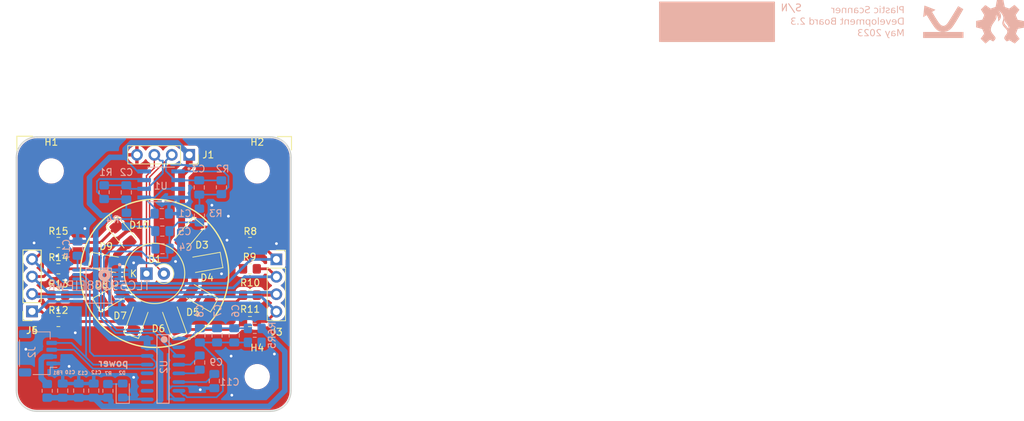
<source format=kicad_pcb>
(kicad_pcb (version 20221018) (generator pcbnew)
  (layers (0 "F.Cu" signal) (31 "B.Cu" signal) (34 "B.Paste" user) (35 "F.Paste" user) (36 "B.SilkS" user "B.Silkscreen") (37 "F.SilkS" user "F.Silkscreen") (38 "B.Mask" user) (39 "F.Mask" user) (44 "Edge.Cuts" user))
  (net 0 "")
  (net 1 "Net-(D3-K)")
  (net 4 "GND")
  (net 5 "/ADC/AIN+")
  (net 6 "/ADC/AIN-")
  (net 7 "3v3unf")
  (net 8 "Net-(U2-VBG)")
  (net 9 "Net-(D2-A)")
  (net 10 "Net-(D4-K)")
  (net 11 "Net-(D5-K)")
  (net 12 "Net-(D6-K)")
  (net 13 "Net-(D7-K)")
  (net 14 "Net-(D8-K)")
  (net 15 "Net-(D9-K)")
  (net 16 "Net-(D10-K)")
  (net 18 "3.3v")
  (net 19 "LED1")
  (net 20 "LED2")
  (net 21 "LED3")
  (net 22 "LED4")
  (net 23 "LED5")
  (net 24 "LED6")
  (net 25 "LED7")
  (net 26 "Net-(U2-REFN)")
  (net 28 "SDA")
  (net 29 "SCL")
  (net 30 "Net-(U1-OUT_B)")
  (net 31 "Net-(U1-OUT_A)")
  (net 32 "LED8")
  (net 33 "Net-(U2-REFP)")
  (net 34 "Net-(U2-VIN2P)")
  (net 35 "Net-(U2-VIN2N)")
  (net 36 "/Sensor/A-")
  (net 37 "/Sensor/A+")
  (footprint "Resistor_SMD:R_0805_2012Metric_Pad1.20x1.40mm_HandSolder" (layer "F.Cu") (at 93.94 141.96 180)
    (fp_text reference "R11")
    (fp_text value "47")
  )
  (footprint "LED_SMD:LED_1206_3216Metric_Pad1.42x1.75mm_HandSolder" (layer "F.Cu") (at 87.382532 133.41099 -170)
    (fp_text reference "D4")
    (fp_text value "1050nm")
  )
  (footprint "Resistor_SMD:R_0805_2012Metric_Pad1.20x1.40mm_HandSolder" (layer "F.Cu") (at 93.94 130.43 180)
    (fp_text reference "R8")
    (fp_text value "47")
  )
  (footprint "MountingHole:MountingHole_3.2mm_M3" (layer "F.Cu") (at 95 120)
    (fp_text reference "H2")
    (fp_text value "MountingHole")
  )
  (footprint "Diode_THT:D_A-405_P2.54mm_Vertical_KathodeUp" (layer "F.Cu") (at 78.87 134.98)
    (fp_text reference "D1")
    (fp_text value "0090-3111-185")
  )
  (footprint "Resistor_SMD:R_0805_2012Metric_Pad1.20x1.40mm_HandSolder" (layer "F.Cu") (at 66.04 134.273333)
    (fp_text reference "R14")
    (fp_text value "47")
  )
  (footprint "Resistor_SMD:R_0805_2012Metric_Pad1.20x1.40mm_HandSolder" (layer "F.Cu") (at 66.04 141.96)
    (fp_text reference "R12")
    (fp_text value "47")
  )
  (footprint "LED_SMD:LED_1206_3216Metric_Pad1.42x1.75mm_HandSolder" (layer "F.Cu") (at 73.026258 133.41099 -10)
    (fp_text reference "D9")
    (fp_text value "1650nm")
  )
  (footprint "LED_SMD:LED_1206_3216Metric_Pad1.42x1.75mm_HandSolder" (layer "F.Cu") (at 73.731838 138.348741 30)
    (fp_text reference "D8")
    (fp_text value "1550nm")
  )
  (footprint "Resistor_SMD:R_0805_2012Metric_Pad1.20x1.40mm_HandSolder" (layer "F.Cu") (at 66.04 130.43)
    (fp_text reference "R15")
    (fp_text value "47")
  )
  (footprint "MountingHole:MountingHole_3.2mm_M3" (layer "F.Cu") (at 65 120)
    (fp_text reference "H1")
    (fp_text value "MountingHole")
  )
  (footprint "Resistor_SMD:R_0805_2012Metric_Pad1.20x1.40mm_HandSolder" (layer "F.Cu") (at 93.94 134.273333 180)
    (fp_text reference "R9")
    (fp_text value "47")
  )
  (footprint "LED_SMD:LED_1206_3216Metric_Pad1.42x1.75mm_HandSolder" (layer "F.Cu") (at 86.636258 138.355236 150)
    (fp_text reference "D5")
    (fp_text value "1200nm")
  )
  (footprint "Connector_PinSocket_2.54mm:PinSocket_1x04_P2.54mm_Vertical" (layer "F.Cu") (at 62.207758 140.482236 180)
    (fp_text reference "J5")
    (fp_text value "Conn_01x04")
  )
  (footprint "LED_SMD:LED_1206_3216Metric_Pad1.42x1.75mm_HandSolder" (layer "F.Cu") (at 75.449178 129.257538 -50)
    (fp_text reference "D10")
    (fp_text value "1720nm")
  )
  (footprint "LED_SMD:LED_1206_3216Metric_Pad1.42x1.75mm_HandSolder" (layer "F.Cu") (at 82.823742 141.725236 110)
    (fp_text reference "D6")
    (fp_text value "1300nm")
  )
  (footprint "Connector_PinSocket_2.54mm:PinSocket_1x04_P2.54mm_Vertical" (layer "F.Cu") (at 85.097758 117.652236 -90)
    (fp_text reference "J1")
    (fp_text value "Conn_01x04")
  )
  (footprint "Connector_PinSocket_2.54mm:PinSocket_1x04_P2.54mm_Vertical" (layer "F.Cu") (at 62.207758 140.482236 180)
    (fp_text reference "J4")
    (fp_text value "Conn_01x04")
  )
  (footprint "LED_SMD:LED_1206_3216Metric_Pad1.42x1.75mm_HandSolder" (layer "F.Cu") (at 84.946258 129.325236 -130)
    (fp_text reference "D3")
    (fp_text value "940nm")
  )
  (footprint "Connector_PinSocket_2.54mm:PinSocket_1x04_P2.54mm_Vertical" (layer "F.Cu") (at 97.79 132.9)
    (fp_text reference "J3")
    (fp_text value "Conn_01x04")
  )
  (footprint "Resistor_SMD:R_0805_2012Metric_Pad1.20x1.40mm_HandSolder" (layer "F.Cu") (at 66.04 138.116666)
    (fp_text reference "R13")
    (fp_text value "47")
  )
  (footprint "MountingHole:MountingHole_3.2mm_M3" (layer "F.Cu") (at 95 150)
    (fp_text reference "H4")
    (fp_text value "MountingHole")
  )
  (footprint "LED_SMD:LED_1206_3216Metric_Pad1.42x1.75mm_HandSolder" (layer "F.Cu") (at 77.486258 141.725236 70)
    (fp_text reference "D7")
    (fp_text value "1460nm")
  )
  (footprint "Resistor_SMD:R_0805_2012Metric_Pad1.20x1.40mm_HandSolder" (layer "F.Cu") (at 93.94 138.116666 180)
    (fp_text reference "R10")
    (fp_text value "47")
  )
  (footprint "Resistor_SMD:R_0805_2012Metric_Pad1.20x1.40mm_HandSolder" (layer "B.Cu") (at 94.64 142.9575)
    (fp_text reference "R6")
    (fp_text value "51")
  )
  (footprint "Capacitor_SMD:C_0805_2012Metric_Pad1.18x1.45mm_HandSolder" (layer "B.Cu") (at 69 152.04 90)
    (fp_text reference "C13")
    (fp_text value "22u")
  )
  (footprint "LED_SMD:LED_0805_2012Metric_Pad1.15x1.40mm_HandSolder" (layer "B.Cu") (at 75.41 152.025 90)
    (fp_text reference "D2")
    (fp_text value "LED RED")
  )
  (footprint "Connector_JST:JST_SH_SM04B-SRSS-TB_1x04-1MP_P1.00mm_Horizontal" (layer "B.Cu") (at 63.06 146.58 90)
    (fp_text reference "J2")
    (fp_text value "Qwiic")
  )
  (footprint "Capacitor_SMD:C_0805_2012Metric_Pad1.18x1.45mm_HandSolder" (layer "B.Cu") (at 81.18 128.77 180)
    (fp_text reference "C5")
    (fp_text value "100p")
  )
  (footprint "Resistor_SMD:R_0805_2012Metric_Pad1.20x1.40mm_HandSolder" (layer "B.Cu") (at 94.64 144.9975)
    (fp_text reference "R5")
    (fp_text value "51")
  )
  (footprint "OPA2376AID:SOIC127P599X175-8N" (layer "B.Cu") (at 81 121.975 180)
    (fp_text reference "U1")
    (fp_text value "OPA2376AID" hide)
  )
  (footprint "Capacitor_SMD:C_0805_2012Metric_Pad1.18x1.45mm_HandSolder" (layer "B.Cu") (at 66.67 152.04 90)
    (fp_text reference "C10")
    (fp_text value "0.1u")
  )
  (footprint "IC_Nuvoton_NAU7802SGI:Nuvoton-NAU7802SGI-0-0-0" (layer "B.Cu") (at 81.277501 148.88 180)
    (fp_text reference "U2")
    (fp_text value "NAU7802SGI" hide)
  )
  (footprint "Capacitor_SMD:C_0805_2012Metric_Pad1.18x1.45mm_HandSolder" (layer "B.Cu") (at 81.21 131.33)
    (fp_text reference "C4")
    (fp_text value "47n")
  )
  (footprint "Capacitor_SMD:C_0805_2012Metric_Pad1.18x1.45mm_HandSolder" (layer "B.Cu") (at 89.15 143.9775 90)
    (fp_text reference "C7")
    (fp_text value "0.1u")
  )
  (footprint "LOGO" (layer "B.Cu") (at 194.934798 98.024494 180)
    (fp_text reference "G***" hide)
    (fp_text value "LOGO" hide)
  )
  (footprint "TLC59208:Texas_Instruments-TLC59208FIPWR-Level_A" (layer "B.Cu") (at 71.91 136.73 180)
    (fp_text reference "U3")
    (fp_text value "TLC59208FIPWR")
  )
  (footprint "Capacitor_SMD:C_0805_2012Metric_Pad1.18x1.45mm_HandSolder" (layer "B.Cu") (at 91.65 143.9775 90)
    (fp_text reference "C6")
    (fp_text value "22u")
  )
  (footprint "Resistor_SMD:R_0805_2012Metric_Pad1.20x1.40mm_HandSolder" (layer "B.Cu") (at 75.955 127.1 -90)
    (fp_text reference "R4")
    (fp_text value "300")
  )
  (footprint "Resistor_SMD:R_0805_2012Metric_Pad1.20x1.40mm_HandSolder" (layer "B.Cu") (at 89.78125 122.3825 -90)
    (fp_text reference "R2")
    (fp_text value "240k")
  )
  (footprint "Resistor_SMD:R_0805_2012Metric_Pad1.20x1.40mm_HandSolder" (layer "B.Cu") (at 64.41 152.07 90)
    (fp_text reference "FB1")
    (fp_text value "FerriteBead")
  )
  (footprint "Capacitor_SMD:C_0805_2012Metric_Pad1.18x1.45mm_HandSolder" (layer "B.Cu") (at 86.62 147.94 90)
    (fp_text reference "C9")
    (fp_text value "330p")
  )
  (footprint "LOGO" (layer "B.Cu") (at 203.21 98.249994 180)
    (fp_text reference "G***" hide)
    (fp_text value "LOGO" hide)
  )
  (footprint "Capacitor_SMD:C_0805_2012Metric_Pad1.18x1.45mm_HandSolder" (layer "B.Cu") (at 68.83 131.33 90)
    (fp_text reference "C14")
    (fp_text value "100n")
  )
  (footprint "Capacitor_SMD:C_0805_2012Metric_Pad1.18x1.45mm_HandSolder" (layer "B.Cu") (at 86.65 143.9775 90)
    (fp_text reference "C8")
    (fp_text value "100p")
  )
  (footprint "Capacitor_SMD:C_0805_2012Metric_Pad1.18x1.45mm_HandSolder" (layer "B.Cu") (at 81.105 126.225 180)
    (fp_text reference "C1")
    (fp_text value "0.1u")
  )
  (footprint "Resistor_SMD:R_0805_2012Metric_Pad1.20x1.40mm_HandSolder" (layer "B.Cu") (at 73.25 152.07 90)
    (fp_text reference "R7")
    (fp_text value "100")
  )
  (footprint "Capacitor_SMD:C_0805_2012Metric_Pad1.18x1.45mm_HandSolder" (layer "B.Cu") (at 71.19 152.04 -90)
    (fp_text reference "C12")
    (fp_text value "100n")
  )
  (footprint "Capacitor_SMD:C_0805_2012Metric_Pad1.18x1.45mm_HandSolder" (layer "B.Cu") (at 88.75 150.64 90)
    (fp_text reference "C11")
    (fp_text value "0.1u")
  )
  (footprint "Capacitor_SMD:C_0805_2012Metric_Pad1.18x1.45mm_HandSolder" (layer "B.Cu") (at 75.93 123.125 -90)
    (fp_text reference "C2")
    (fp_text value "51p")
  )
  (footprint "Resistor_SMD:R_0805_2012Metric_Pad1.20x1.40mm_HandSolder" (layer "B.Cu") (at 86.58 126.5 -90)
    (fp_text reference "R3")
    (fp_text value "300")
  )
  (footprint "Resistor_SMD:R_0805_2012Metric_Pad1.20x1.40mm_HandSolder" (layer "B.Cu") (at 72.70375 123.095 90)
    (fp_text reference "R1")
    (fp_text value "240k")
  )
  (footprint "Capacitor_SMD:C_0805_2012Metric_Pad1.18x1.45mm_HandSolder" (layer "B.Cu") (at 86.555 122.4125 -90)
    (fp_text reference "C3")
    (fp_text value "51p")
  )
  (gr_rect (start 153.605 95.375) (end 170.335 101.125) (stroke (width 0.15)) (fill solid) (layer "B.SilkS"))
  (gr_line locked (start 99.99 114.99) (end 99.99 116.94) (stroke (width 0.15)) (layer "F.SilkS"))
  (gr_line locked (start 59.99 114.94) (end 59.99 117.04) (stroke (width 0.15)) (layer "F.SilkS"))
  (gr_line locked (start 99.99 114.99) (end 97.94 114.99) (stroke (width 0.15)) (layer "F.SilkS"))
  (gr_circle locked (center 80.04 134.94) (end 84.44 134.94) (stroke (width 0.15)) (fill none) (layer "F.SilkS"))
  (gr_line locked (start 59.99 114.94) (end 62.29 114.94) (stroke (width 0.15)) (layer "F.SilkS"))
  (gr_circle locked (center 80.04 134.94) (end 90.84 134.94) (stroke (width 0.2)) (fill none) (layer "F.SilkS"))
  (gr_line (start 99.92 152.04) (end 99.92 118.04) (stroke (width 0.2)) (layer "Edge.Cuts"))
  (gr_arc (start 62.92 155.04) (mid 60.79868 154.16132) (end 59.92 152.04) (stroke (width 0.2)) (layer "Edge.Cuts"))
  (gr_arc (start 99.92 152.04) (mid 99.04132 154.16132) (end 96.92 155.04) (stroke (width 0.2)) (layer "Edge.Cuts"))
  (gr_arc (start 59.92 118.04) (mid 60.79868 115.91868) (end 62.92 115.04) (stroke (width 0.2)) (layer "Edge.Cuts"))
  (gr_line (start 59.92 118.04) (end 59.92 152.04) (stroke (width 0.2)) (layer "Edge.Cuts"))
  (gr_line (start 62.92 155.04) (end 96.92 155.04) (stroke (width 0.2)) (layer "Edge.Cuts"))
  (gr_line (start 96.92 115.04) (end 62.92 115.04) (stroke (width 0.2)) (layer "Edge.Cuts"))
  (gr_arc (start 96.92 115.04) (mid 99.04132 115.91868) (end 99.92 118.04) (stroke (width 0.2)) (layer "Edge.Cuts"))
  (gr_text "Plastic Scanner\nDevelopment Board 2.3\nMay 2023" (at 189.29 98.25) (layer "B.SilkS") (effects (font (size 1 1)) (justify left mirror)))
  (gr_text "power" (at 76.36 148.6) (layer "B.SilkS") (effects (font (size 1 1) (thickness 0.2) bold) (justify left bottom mirror)))
  (gr_text "S/N" (at 172.78 96.199994) (layer "B.SilkS") (effects (font (size 1 1)) (justify mirror)))
  (segment (start 90.695745 128.185745) (end 92.94 130.43) (width 0.4) (layer "F.Cu") (net 1))
  (segment (start 85.902405 128.185745) (end 90.695745 128.185745) (width 0.4) (layer "F.Cu") (net 1))
  (via (at 67.6 148.5) (size 0.8) (drill 0.4) (layers "F.Cu" "B.Cu") (net 4))
  (via (at 65.8 132.4) (size 0.8) (drill 0.4) (layers "F.Cu" "B.Cu") (net 4))
  (via (at 97.8 130.6) (size 0.8) (drill 0.4) (layers "F.Cu" "B.Cu") (net 4))
  (via (at 68.5 143.6) (size 0.8) (drill 0.4) (layers "F.Cu" "B.Cu") (net 4))
  (via (at 83.1 133.2) (size 0.8) (drill 0.4) (layers "F.Cu" "B.Cu") (net 4))
  (via (at 97.5 146.7) (size 0.8) (drill 0.4) (layers "F.Cu" "B.Cu") (net 4))
  (via (at 62.5 130.5) (size 0.8) (drill 0.4) (layers "F.Cu" "B.Cu") (net 4))
  (via (at 69.9 128.4) (size 0.8) (drill 0.4) (layers "F.Cu" "B.Cu") (net 4))
  (via (at 61.3 146) (size 0.8) (drill 0.4) (layers "F.Cu" "B.Cu") (net 4))
  (via (at 66 140.3) (size 0.8) (drill 0.4) (layers "F.Cu" "B.Cu") (net 4))
  (via (at 86.7 151.9) (size 0.8) (drill 0.4) (layers "F.Cu" "B.Cu") (net 4))
  (via (at 81.3 124.4) (size 0.8) (drill 0.4) (layers "F.Cu" "B.Cu") (net 4))
  (via (at 90.8 126.6) (size 0.8) (drill 0.4) (layers "F.Cu" "B.Cu") (net 4))
  (via (at 90.6 130.1) (size 0.8) (drill 0.4) (layers "F.Cu" "B.Cu") (net 4))
  (via (at 91.2 147) (size 0.8) (drill 0.4) (layers "F.Cu" "B.Cu") (net 4))
  (via (at 77 133.4) (size 0.8) (drill 0.4) (layers "F.Cu" "B.Cu") (net 4))
  (via (at 89.8 135) (size 0.8) (drill 0.4) (layers "F.Cu" "B.Cu") (net 4))
  (via (at 67.1 135.9) (size 0.8) (drill 0.4) (layers "F.Cu" "B.Cu") (net 4))
  (via (at 91.3 152.7) (size 0.8) (drill 0.4) (layers "F.Cu" "B.Cu") (net 4))
  (via (at 77 150.1) (size 0.8) (drill 0.4) (layers "F.Cu" "B.Cu") (net 4))
  (via (at 88.4 125) (size 0.8) (drill 0.4) (layers "F.Cu" "B.Cu") (net 4))
  (segment (start 82.1 152.3) (end 82.1 151.9) (width 0.254) (layer "B.Cu") (net 4))
  (segment (start 83.125 153.325) (end 82.1 152.3) (width 0.254) (layer "B.Cu") (net 4))
  (segment (start 86.2 151.4) (end 86.7 151.9) (width 0.254) (layer "B.Cu") (net 4))
  (segment (start 83.593568 153.325) (end 83.125 153.325) (width 0.254) (layer "B.Cu") (net 4))
  (segment (start 82.1 151.9) (end 82.6 151.4) (width 0.254) (layer "B.Cu") (net 4))
  (segment (start 75.685 153.325) (end 75.41 153.05) (width 0.254) (layer "B.Cu") (net 4))
  (segment (start 66.67 151.0025) (end 71.19 151.0025) (width 0.254) (layer "B.Cu") (net 4))
  (segment (start 82.6 151.4) (end 86.2 151.4) (width 0.254) (layer "B.Cu") (net 4))
  (segment (start 82.1425 125.2075) (end 82.1425 126.225) (width 0.254) (layer "B.Cu") (net 4))
  (segment (start 83.47 123.88) (end 82.1425 125.2075) (width 0.254) (layer "B.Cu") (net 4))
  (segment (start 78.961434 153.325) (end 75.685 153.325) (width 0.254) (layer "B.Cu") (net 4))
  (segment (start 80.1425 128.77) (end 79.4725 128.1) (width 0.254) (layer "B.Cu") (net 5))
  (segment (start 72.22 141.48) (end 74.348 143.608) (width 0.254) (layer "B.Cu") (net 5))
  (segment (start 72.22 131.44) (end 72.22 141.48) (width 0.254) (layer "B.Cu") (net 5))
  (segment (start 79.958 143.608) (end 83.325 146.975) (width 0.254) (layer "B.Cu") (net 5))
  (segment (start 80.1725 131.33) (end 80.1725 128.8) (width 0.254) (layer "B.Cu") (net 5))
  (segment (start 79.7125 130.87) (end 72.79 130.87) (width 0.254) (layer "B.Cu") (net 5))
  (segment (start 80.1725 128.8) (end 80.1425 128.77) (width 0.254) (layer "B.Cu") (net 5))
  (segment (start 83.325 146.975) (end 83.593568 146.975) (width 0.254) (layer "B.Cu") (net 5))
  (segment (start 74.348 143.608) (end 79.958 143.608) (width 0.254) (layer "B.Cu") (net 5))
  (segment (start 79.4725 128.1) (end 75.955 128.1) (width 0.254) (layer "B.Cu") (net 5))
  (segment (start 72.79 130.87) (end 72.22 131.44) (width 0.254) (layer "B.Cu") (net 5))
  (segment (start 80.1725 131.33) (end 79.7125 130.87) (width 0.254) (layer "B.Cu") (net 5))
  (segment (start 72.674 132.53) (end 73.454 131.75) (width 0.254) (layer "B.Cu") (net 6))
  (segment (start 82.835 145.705) (end 80.284 143.154) (width 0.254) (layer "B.Cu") (net 6))
  (segment (start 80.284 143.154) (end 74.536052 143.154) (width 0.254) (layer "B.Cu") (net 6))
  (segment (start 82.2175 131.3) (end 82.2175 128.77) (width 0.254) (layer "B.Cu") (net 6))
  (segment (start 83.593568 145.705) (end 82.835 145.705) (width 0.254) (layer "B.Cu") (net 6))
  (segment (start 73.454 131.75) (end 78.16 131.75) (width 0.254) (layer "B.Cu") (net 6))
  (segment (start 83.4875 127.5) (end 82.2175 128.77) (width 0.254) (layer "B.Cu") (net 6))
  (segment (start 86.58 127.5) (end 83.4875 127.5) (width 0.254) (layer "B.Cu") (net 6))
  (segment (start 72.674 141.291948) (end 72.674 132.53) (width 0.254) (layer "B.Cu") (net 6))
  (segment (start 81.93 132.66) (end 81.93 131.6475) (width 0.254) (layer "B.Cu") (net 6))
  (segment (start 78.16 131.75) (end 79.07 132.66) (width 0.254) (layer "B.Cu") (net 6))
  (segment (start 79.07 132.66) (end 81.93 132.66) (width 0.254) (layer "B.Cu") (net 6))
  (segment (start 82.2475 131.33) (end 82.2175 131.3) (width 0.254) (layer "B.Cu") (net 6))
  (segment (start 81.93 131.6475) (end 82.2475 131.33) (width 0.254) (layer "B.Cu") (net 6))
  (segment (start 74.536052 143.154) (end 72.674 141.291948) (width 0.254) (layer "B.Cu") (net 6))
  (segment (start 64.41 151.07) (end 63.53 150.19) (width 0.8) (layer "B.Cu") (net 7))
  (segment (start 63.95 147.08) (end 65.06 147.08) (width 0.8) (layer "B.Cu") (net 7))
  (segment (start 63.53 147.5) (end 63.95 147.08) (width 0.8) (layer "B.Cu") (net 7))
  (segment (start 63.53 150.19) (end 63.53 147.5) (width 0.8) (layer "B.Cu") (net 7))
  (segment (start 83.593568 150.785) (end 87.5675 150.785) (width 0.254) (layer "B.Cu") (net 8))
  (segment (start 87.5675 150.785) (end 88.75 149.6025) (width 0.254) (layer "B.Cu") (net 8))
  (segment (start 73.25 151.07) (end 75.34 151.07) (width 0.254) (layer "B.Cu") (net 9))
  (segment (start 75.34 151.07) (end 75.41 151) (width 0.254) (layer "B.Cu") (net 9))
  (segment (start 91.819355 133.152688) (end 92.94 134.273333) (width 0.4) (layer "F.Cu") (net 10))
  (segment (start 88.847434 133.152688) (end 91.819355 133.152688) (width 0.4) (layer "F.Cu") (net 10))
  (segment (start 87.924471 139.098986) (end 91.95768 139.098986) (width 0.4) (layer "F.Cu") (net 11))
  (segment (start 91.95768 139.098986) (end 92.94 138.116666) (width 0.4) (layer "F.Cu") (net 11))
  (segment (start 83.332497 143.123029) (end 91.776971 143.123029) (width 0.4) (layer "F.Cu") (net 12))
  (segment (start 91.776971 143.123029) (end 92.94 141.96) (width 0.4) (layer "F.Cu") (net 12))
  (segment (start 67.04 141.96) (end 75.814474 141.96) (width 0.4) (layer "F.Cu") (net 13))
  (segment (start 75.814474 141.96) (end 76.977503 143.123029) (width 0.4) (layer "F.Cu") (net 13))
  (segment (start 67.04 138.116666) (end 71.4678 138.116666) (width 0.4) (layer "F.Cu") (net 14))
  (segment (start 71.4678 138.116666) (end 72.443625 139.092491) (width 0.4) (layer "F.Cu") (net 14))
  (segment (start 70.440711 134.273333) (end 71.561356 133.152688) (width 0.4) (layer "F.Cu") (net 15))
  (segment (start 67.04 134.273333) (end 70.440711 134.273333) (width 0.4) (layer "F.Cu") (net 15))
  (segment (start 67.04 130.43) (end 72.181078 130.43) (width 0.4) (layer "F.Cu") (net 16))
  (segment (start 72.181078 130.43) (end 74.493031 128.118047) (width 0.4) (layer "F.Cu") (net 16))
  (segment (start 85.91763 137.041901) (end 85.348045 137.611486) (width 1) (layer "F.Cu") (net 18))
  (segment (start 75.020051 137.604991) (end 75.272561 137.604991) (width 1) (layer "F.Cu") (net 18))
  (segment (start 74.49116 133.669292) (end 74.49116 132.311194) (width 1) (layer "F.Cu") (net 18))
  (segment (start 82.314987 140.327443) (end 82.632088 140.327443) (width 1) (layer "F.Cu") (net 18))
  (segment (start 74.49116 133.669292) (end 74.49116 137.0761) (width 1) (layer "F.Cu") (net 18))
  (segment (start 85.91763 132.392246) (end 83.990111 130.464727) (width 1) (layer "F.Cu") (net 18))
  (segment (start 74.49116 132.311194) (end 76.405325 130.397029) (width 1) (layer "F.Cu") (net 18))
  (segment (start 75.272561 137.604991) (end 77.995013 140.327443) (width 1) (layer "F.Cu") (net 18))
  (segment (start 74.49116 137.0761) (end 75.020051 137.604991) (width 1) (layer "F.Cu") (net 18))
  (segment (start 83.990111 130.464727) (end 83.990111 120.479889) (width 1) (layer "F.Cu") (net 18))
  (segment (start 82.632088 140.327443) (end 85.348045 137.611486) (width 1) (layer "F.Cu") (net 18))
  (segment (start 85.91763 133.669292) (end 85.91763 132.392246) (width 1) (layer "F.Cu") (net 18))
  (segment (start 77.995013 140.327443) (end 82.314987 140.327443) (width 1) (layer "F.Cu") (net 18))
  (segment (start 85.91763 133.669292) (end 85.91763 137.041901) (width 1) (layer "F.Cu") (net 18))
  (segment (start 83.990111 120.479889) (end 85.097758 119.372242) (width 1) (layer "F.Cu") (net 18))
  (segment (start 85.097758 119.372242) (end 85.097758 117.652236) (width 1) (layer "F.Cu") (net 18))
  (segment (start 81.32 122.61) (end 80.05 123.88) (width 0.254) (layer "B.Cu") (net 18))
  (segment (start 68.859998 134.455001) (end 71.335001 134.455001) (width 0.254) (layer "B.Cu") (net 18))
  (segment (start 78.961434 144.435) (end 73.625 144.435) (width 0.8) (layer "B.Cu") (net 18))
  (segment (start 80.0675 125.4175) (end 78.53 123.88) (width 0.254) (layer "B.Cu") (net 18))
  (segment (start 79.985 145.705) (end 80.93 146.65) (width 0.8) (layer "B.Cu") (net 18))
  (segment (start 78.53 120.07) (end 77.57 120.07) (width 0.254) (layer "B.Cu") (net 18))
  (segment (start 77.57 120.07) (end 75.76 118.26) (width 0.254) (layer "B.Cu") (net 18))
  (segment (start 79.2655 127.027) (end 74.019749 127.027) (width 0.254) (layer "B.Cu") (net 18))
  (segment (start 73.625 144.435) (end 71.48 142.29) (width 0.8) (layer "B.Cu") (net 18))
  (segment (start 73.53 118.01) (end 75.76 118.01) (width 0.8) (layer "B.Cu") (net 18))
  (segment (start 75.76 118.26) (end 75.76 118.01) (width 0.254) (layer "B.Cu") (net 18))
  (segment (start 73.7 153.52) (end 73.25 153.07) (width 0.8) (layer "B.Cu") (net 18))
  (segment (start 71.48 128.49) (end 73.481374 126.488626) (width 0.8) (layer "B.Cu") (net 18))
  (segment (start 73.7 154.33) (end 73.7 153.52) (width 0.8) (layer "B.Cu") (net 18))
  (segment (start 71.48 134.6) (end 71.48 128.49) (width 0.8) (layer "B.Cu") (net 18))
  (segment (start 73.966374 126.973626) (end 73.481374 126.488626) (width 0.254) (layer "B.Cu") (net 18))
  (segment (start 80.05 123.88) (end 78.53 123.88) (width 0.254) (layer "B.Cu") (net 18))
  (segment (start 79.99 154.33) (end 73.7 154.33) (width 0.8) (layer "B.Cu") (net 18))
  (segment (start 83.47 122.61) (end 81.32 122.61) (width 0.254) (layer "B.Cu") (net 18))
  (segment (start 80.93 153.39) (end 80.605 153.715) (width 0.8) (layer "B.Cu") (net 18))
  (segment (start 70.57 120.97) (end 73.53 118.01) (width 0.8) (layer "B.Cu") (net 18))
  (segment (start 96.72 154.33) (end 99.02 152.03) (width 0.8) (layer "B.Cu") (net 18))
  (segment (start 80.0675 126.225) (end 80.0675 125.4175) (width 0.254) (layer "B.Cu") (net 18))
  (segment (start 71.19 153.0775) (end 72.4425 154.33) (width 0.8) (layer "B.Cu") (net 18))
  (segment (start 75.76 118.01) (end 75.76 116.82) (width 0.8) (layer "B.Cu") (net 18))
  (segment (start 75.76 116.82) (end 76.68 115.9) (width 0.8) (layer "B.Cu") (net 18))
  (segment (start 72.4425 154.33) (end 96.72 154.33) (width 0.8) (layer "B.Cu") (net 18))
  (segment (start 72.308626 126.488626) (end 70.57 124.75) (width 0.8) (layer "B.Cu") (net 18))
  (segment (start 68.83 134.425003) (end 68.859998 134.455001) (width 0.254) (layer "B.Cu") (net 18))
  (segment (start 80.93 146.65) (end 80.93 153.39) (width 0.8) (layer "B.Cu") (net 18))
  (segment (start 78.961434 145.705) (end 78.961434 144.435) (width 1) (layer "B.Cu") (net 18))
  (segment (start 76.68 115.9) (end 83.345522 115.9) (width 0.8) (layer "B.Cu") (net 18))
  (segment (start 64.41 153.07) (end 73.25 153.07) (width 0.8) (layer "B.Cu") (net 18))
  (segment (start 99.02 152.03) (end 99.02 146.3375) (width 0.8) (layer "B.Cu") (net 18))
  (segment (start 71.335001 134.455001) (end 71.48 134.6) (width 0.254) (layer "B.Cu") (net 18))
  (segment (start 68.83 132.3675) (end 68.83 134.425003) (width 0.254) (layer "B.Cu") (net 18))
  (segment (start 74.019749 127.027) (end 73.966374 126.973626) (width 0.254) (layer "B.Cu") (net 18))
  (segment (start 70.57 124.75) (end 70.57 120.97) (width 0.8) (layer "B.Cu") (net 18))
  (segment (start 78.961434 145.705) (end 79.985 145.705) (width 0.8) (layer "B.Cu") (net 18))
  (segment (start 83.345522 115.9) (end 85.097758 117.652236) (width 0.8) (layer "B.Cu") (net 18))
  (segment (start 71.48 142.29) (end 71.48 134.6) (width 0.8) (layer "B.Cu") (net 18))
  (segment (start 99.02 146.3375) (end 95.64 142.9575) (width 0.8) (layer "B.Cu") (net 18))
  (segment (start 80.605 153.715) (end 79.99 154.33) (width 0.8) (layer "B.Cu") (net 18))
  (segment (start 73.481374 126.488626) (end 72.308626 126.488626) (width 0.8) (layer "B.Cu") (net 18))
  (segment (start 80.0675 126.225) (end 79.2655 127.027) (width 0.254) (layer "B.Cu") (net 18))
  (segment (start 94.94 130.43) (end 95.32 130.43) (width 0.4) (layer "F.Cu") (net 19))
  (segment (start 95.32 130.43) (end 97.79 132.9) (width 0.4) (layer "F.Cu") (net 19))
  (segment (start 74.959999 136.405002) (end 90.584998 136.405002) (width 0.4) (layer "B.Cu") (net 19))
  (segment (start 90.584998 136.405002) (end 94.09 132.9) (width 0.4) (layer "B.Cu") (net 19))
  (segment (start 94.09 132.9) (end 97.79 132.9) (width 0.4) (layer "B.Cu") (net 19))
  (segment (start 96.623333 134.273333) (end 97.79 135.44) (width 0.4) (layer "F.Cu") (net 20))
  (segment (start 94.94 134.273333) (end 96.623333 134.273333) (width 0.4) (layer "F.Cu") (net 20))
  (segment (start 93.22 135.44) (end 97.79 135.44) (width 0.4) (layer "B.Cu") (net 20))
  (segment (start 74.959999 137.055001) (end 91.524999 137.055001) (width 0.4) (layer "B.Cu") (net 20))
  (segment (start 93.18 135.4) (end 93.22 135.44) (width 0.4) (layer "B.Cu") (net 20))
  (segment (start 91.524999 137.055001) (end 93.18 135.4) (width 0.4) (layer "B.Cu") (net 20))
  (segment (start 94.94 138.116666) (end 97.653334 138.116666) (width 0.4) (layer "F.Cu") (net 21))
  (segment (start 97.653334 138.116666) (end 97.79 137.98) (width 0.4) (layer "F.Cu") (net 21))
  (segment (start 74.959999 137.705002) (end 97.515002 137.705002) (width 0.4) (layer "B.Cu") (net 21))
  (segment (start 97.515002 137.705002) (end 97.79 137.98) (width 0.4) (layer "B.Cu") (net 21))
  (segment (start 96.35 141.96) (end 97.79 140.52) (width 0.4) (layer "F.Cu") (net 22))
  (segment (start 94.94 141.96) (end 96.35 141.96) (width 0.4) (layer "F.Cu") (net 22))
  (segment (start 74.959999 138.355001) (end 95.625001 138.355001) (width 0.4) (layer "B.Cu") (net 22))
  (segment (start 95.625001 138.355001) (end 97.79 140.52) (width 0.4) (layer "B.Cu") (net 22))
  (segment (start 63.562236 140.482236) (end 65.04 141.96) (width 0.4) (layer "F.Cu") (net 23))
  (segment (start 62.207758 140.482236) (end 63.562236 140.482236) (width 0.4) (layer "F.Cu") (net 23))
  (segment (start 63.097764 140.482236) (end 62.207758 140.482236) (width 0.4) (layer "B.Cu") (net 23))
  (segment (start 68.859998 139.005002) (end 64.574998 139.005002) (width 0.4) (layer "B.Cu") (net 23))
  (segment (start 64.574998 139.005002) (end 63.097764 140.482236) (width 0.4) (layer "B.Cu") (net 23))
  (segment (start 62.207758 137.942236) (end 64.86557 137.942236) (width 0.4) (layer "F.Cu") (net 24))
  (segment (start 64.86557 137.942236) (end 65.04 138.116666) (width 0.4) (layer "F.Cu") (net 24))
  (segment (start 68.859998 138.355001) (end 62.620523 138.355001) (width 0.4) (layer "B.Cu") (net 24))
  (segment (start 62.620523 138.355001) (end 62.207758 137.942236) (width 0.4) (layer "B.Cu") (net 24))
  (segment (start 63.911097 135.402236) (end 65.04 134.273333) (width 0.4) (layer "F.Cu") (net 25))
  (segment (start 62.207758 135.402236) (end 63.911097 135.402236) (width 0.4) (layer "F.Cu") (net 25))
  (segment (start 68.859998 137.705002) (end 64.510524 137.705002) (width 0.4) (layer "B.Cu") (net 25))
  (segment (start 64.510524 137.705002) (end 62.207758 135.402236) (width 0.4) (layer "B.Cu") (net 25))
  (segment (start 84.506894 152.726305) (end 84.780589 153) (width 0.254) (layer "B.Cu") (net 26))
  (segment (start 84.780589 153) (end 89.08 153) (width 0.254) (layer "B.Cu") (net 26))
  (segment (start 91.65 145.015) (end 93.6225 145.015) (width 0.254) (layer "B.Cu") (net 26))
  (segment (start 90 148.365) (end 86.65 145.015) (width 0.254) (layer "B.Cu") (net 26))
  (segment (start 84.264873 152.726305) (end 84.506894 152.726305) (width 0.254) (layer "B.Cu") (net 26))
  (segment (start 83.593568 152.055) (end 84.264873 152.726305) (width 0.254) (layer "B.Cu") (net 26))
  (segment (start 89.08 153) (end 90 152.08) (width 0.254) (layer "B.Cu") (net 26))
  (segment (start 86.7375 145.015) (end 86.65 145.015) (width 0.254) (layer "B.Cu") (net 26))
  (segment (start 93.6225 145.015) (end 93.64 144.9975) (width 0.254) (layer "B.Cu") (net 26))
  (segment (start 86.65 145.015) (end 89.15 145.015) (width 0.254) (layer "B.Cu") (net 26))
  (segment (start 89.15 145.015) (end 91.65 145.015) (width 0.254) (layer "B.Cu") (net 26))
  (segment (start 90 152.08) (end 90 148.365) (width 0.254) (layer "B.Cu") (net 26))
  (segment (start 71.225 146.975) (end 78.961434 146.975) (width 0.254) (layer "B.Cu") (net 28))
  (segment (start 65.06 146.08) (end 68.307948 146.08) (width 0.254) (layer "B.Cu") (net 28))
  (segment (start 71.071643 148.843695) (end 79.87476 148.843695) (width 0.254) (layer "B.Cu") (net 28))
  (segment (start 79.87476 148.843695) (end 80.23 148.488455) (width 0.254) (layer "B.Cu") (net 28))
  (segment (start 70.62 146.37) (end 71.225 146.975) (width 0.254) (layer "B.Cu") (net 28))
  (segment (start 80.23 148.488455) (end 80.23 147.89) (width 0.254) (layer "B.Cu") (net 28))
  (segment (start 68.307948 146.08) (end 71.071643 148.843695) (width 0.254) (layer "B.Cu") (net 28))
  (segment (start 69.58146 135.105002) (end 70.62 136.143542) (width 0.254) (layer "B.Cu") (net 28))
  (segment (start 79.315 146.975) (end 78.961434 146.975) (width 0.254) (layer "B.Cu") (net 28))
  (segment (start 68.859998 135.105002) (end 69.58146 135.105002) (width 0.254) (layer "B.Cu") (net 28))
  (segment (start 80.23 147.89) (end 79.315 146.975) (width 0.254) (layer "B.Cu") (net 28))
  (segment (start 70.62 136.143542) (end 70.62 146.37) (width 0.254) (layer "B.Cu") (net 28))
  (segment (start 65.06 145.08) (end 67.95 145.08) (width 0.254) (layer "B.Cu") (net 29))
  (segment (start 71.115 148.245) (end 78.961434 148.245) (width 0.254) (layer "B.Cu") (net 29))
  (segment (start 69.581458 135.755001) (end 70.07 136.243543) (width 0.254) (layer "B.Cu") (net 29))
  (segment (start 70.07 136.243543) (end 70.07 147.2) (width 0.254) (layer "B.Cu") (net 29))
  (segment (start 67.95 145.08) (end 68.34 145.47) (width 0.254) (layer "B.Cu") (net 29))
  (segment (start 68.34 145.47) (end 71.115 148.245) (width 0.254) (layer "B.Cu") (net 29))
  (segment (start 68.859998 135.755001) (end 69.581458 135.755001) (width 0.254) (layer "B.Cu") (net 29))
  (segment (start 75.93 124.1625) (end 75.93 126.075) (width 0.254) (layer "B.Cu") (net 30))
  (segment (start 75.8625 124.095) (end 75.93 124.1625) (width 0.254) (layer "B.Cu") (net 30))
  (segment (start 72.70375 124.095) (end 75.8625 124.095) (width 0.254) (layer "B.Cu") (net 30))
  (segment (start 71.66 121.522749) (end 71.66 123.05125) (width 0.254) (layer "B.Cu") (net 30))
  (segment (start 71.66 123.05125) (end 72.70375 124.095) (width 0.254) (layer "B.Cu") (net 30))
  (segment (start 78.358 121.168) (end 72.014749 121.168) (width 0.254) (layer "B.Cu") (net 30))
  (segment (start 72.014749 121.168) (end 71.66 121.522749) (width 0.254) (layer "B.Cu") (net 30))
  (segment (start 75.93 126.075) (end 75.955 126.1) (width 0.254) (layer "B.Cu") (net 30))
  (segment (start 78.53 121.34) (end 78.358 121.168) (width 0.254) (layer "B.Cu") (net 30))
  (segment (start 90.80825 122.3555) (end 89.78125 123.3825) (width 0.254) (layer "B.Cu") (net 31))
  (segment (start 86.58 123.475) (end 86.555 123.45) (width 0.254) (layer "B.Cu") (net 31))
  (segment (start 86.58 125.5) (end 86.58 123.475) (width 0.254) (layer "B.Cu") (net 31))
  (segment (start 89.71375 123.45) (end 89.78125 123.3825) (width 0.254) (layer "B.Cu") (net 31))
  (segment (start 86.555 123.45) (end 89.71375 123.45) (width 0.254) (layer "B.Cu") (net 31))
  (segment (start 90.084751 120.07) (end 90.80825 120.793499) (width 0.254) (layer "B.Cu") (net 31))
  (segment (start 83.47 120.07) (end 90.084751 120.07) (width 0.254) (layer "B.Cu") (net 31))
  (segment (start 90.80825 120.793499) (end 90.80825 122.3555) (width 0.254) (layer "B.Cu") (net 31))
  (segment (start 62.607764 132.862236) (end 65.04 130.43) (width 0.4) (layer "F.Cu") (net 32))
  (segment (start 62.207758 132.862236) (end 62.607764 132.862236) (width 0.4) (layer "F.Cu") (net 32))
  (segment (start 66.400523 137.055001) (end 62.207758 132.862236) (width 0.4) (layer "B.Cu") (net 32))
  (segment (start 68.859998 137.055001) (end 66.400523 137.055001) (width 0.4) (layer "B.Cu") (net 32))
  (segment (start 83.593568 144.435) (end 85.155 144.435) (width 0.254) (layer "B.Cu") (net 33))
  (segment (start 91.65 142.94) (end 93.6225 142.94) (width 0.254) (layer "B.Cu") (net 33))
  (segment (start 93.6225 142.94) (end 93.64 142.9575) (width 0.254) (layer "B.Cu") (net 33))
  (segment (start 85.155 144.435) (end 86.65 142.94) (width 0.254) (layer "B.Cu") (net 33))
  (segment (start 89.15 142.94) (end 91.65 142.94) (width 0.254) (layer "B.Cu") (net 33))
  (segment (start 89.15 142.94) (end 86.65 142.94) (width 0.254) (layer "B.Cu") (net 33))
  (segment (start 83.593568 149.515) (end 86.0825 149.515) (width 0.254) (layer "B.Cu") (net 34))
  (segment (start 86.0825 149.515) (end 86.62 148.9775) (width 0.254) (layer "B.Cu") (net 34))
  (segment (start 83.593568 148.245) (end 85.2775 148.245) (width 0.254) (layer "B.Cu") (net 35))
  (segment (start 85.2775 148.245) (end 86.62 146.9025) (width 0.254) (layer "B.Cu") (net 35))
  (segment (start 80.017758 119.555839) (end 80.017758 117.652236) (width 0.2) (layer "F.Cu") (net 36))
  (segment (start 78.87 134.98) (end 78.87 120.703597) (width 0.2) (layer "F.Cu") (net 36))
  (segment (start 78.87 120.703597) (end 80.017758 119.555839) (width 0.2) (layer "F.Cu") (net 36))
  (segment (start 78.982845 122.61) (end 81.246 120.346845) (width 0.254) (layer "B.Cu") (net 36))
  (segment (start 72.70375 122.095) (end 75.9225 122.095) (width 0.254) (layer "B.Cu") (net 36))
  (segment (start 75.9225 122.095) (end 75.93 122.0875) (width 0.254) (layer "B.Cu") (net 36))
  (segment (start 76.4525 122.61) (end 75.93 122.0875) (width 0.254) (layer "B.Cu") (net 36))
  (segment (start 78.53 122.61) (end 78.982845 122.61) (width 0.254) (layer "B.Cu") (net 36))
  (segment (start 78.53 122.61) (end 76.4525 122.61) (width 0.254) (layer "B.Cu") (net 36))
  (segment (start 81.246 118.5) (end 80.865522 118.5) (width 0.254) (layer "B.Cu") (net 36))
  (segment (start 81.246 120.346845) (end 81.246 118.5) (width 0.254) (layer "B.Cu") (net 36))
  (segment (start 80.865522 118.5) (end 80.017758 117.652236) (width 0.254) (layer "B.Cu") (net 36))
  (segment (start 79.320001 120.889993) (end 82.557758 117.652236) (width 0.2) (layer "F.Cu") (net 37))
  (segment (start 79.320001 132.890001) (end 79.320001 120.889993) (width 0.2) (layer "F.Cu") (net 37))
  (segment (start 81.41 134.98) (end 79.320001 132.890001) (width 0.2) (layer "F.Cu") (net 37))
  (segment (start 86.5625 121.3825) (end 86.555 121.375) (width 0.254) (layer "B.Cu") (net 37))
  (segment (start 83.47 121.34) (end 83.017155 121.34) (width 0.254) (layer "B.Cu") (net 37))
  (segment (start 83.505 121.375) (end 83.47 121.34) (width 0.254) (layer "B.Cu") (net 37))
  (segment (start 83.017155 121.34) (end 81.7 120.022845) (width 0.254) (layer "B.Cu") (net 37))
  (segment (start 86.555 121.375) (end 83.505 121.375) (width 0.254) (layer "B.Cu") (net 37))
  (segment (start 81.7 120.022845) (end 81.7 118.509994) (width 0.254) (layer "B.Cu") (net 37))
  (segment (start 81.7 118.509994) (end 82.557758 117.652236) (width 0.254) (layer "B.Cu") (net 37))
  (segment (start 89.78125 121.3825) (end 86.5625 121.3825) (width 0.254) (layer "B.Cu") (net 37))
  (zone (net 4) (net_name "GND") (layers "F&B.Cu") (connect_pads (clearance 0.5)) (min_thickness 0.25) (fill yes (thermal_gap 0.5) (thermal_bridge_width 0.5))
    (polygon (pts (xy 60 115) (xy 60 155) (xy 100 155) (xy 100 115)))
  )
)
</source>
